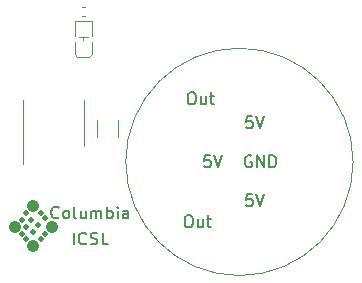
<source format=gbr>
%TF.GenerationSoftware,KiCad,Pcbnew,(6.0.0-0)*%
%TF.CreationDate,2022-03-07T02:22:32-05:00*%
%TF.ProjectId,multi_gas,6d756c74-695f-4676-9173-2e6b69636164,rev?*%
%TF.SameCoordinates,Original*%
%TF.FileFunction,Legend,Top*%
%TF.FilePolarity,Positive*%
%FSLAX46Y46*%
G04 Gerber Fmt 4.6, Leading zero omitted, Abs format (unit mm)*
G04 Created by KiCad (PCBNEW (6.0.0-0)) date 2022-03-07 02:22:32*
%MOMM*%
%LPD*%
G01*
G04 APERTURE LIST*
%ADD10C,0.150000*%
%ADD11C,0.200000*%
%ADD12C,0.120000*%
%ADD13C,1.000000*%
%ADD14C,0.500000*%
G04 APERTURE END LIST*
D10*
X107624666Y-70572380D02*
X107815142Y-70572380D01*
X107910380Y-70620000D01*
X108005619Y-70715238D01*
X108053238Y-70905714D01*
X108053238Y-71239047D01*
X108005619Y-71429523D01*
X107910380Y-71524761D01*
X107815142Y-71572380D01*
X107624666Y-71572380D01*
X107529428Y-71524761D01*
X107434190Y-71429523D01*
X107386571Y-71239047D01*
X107386571Y-70905714D01*
X107434190Y-70715238D01*
X107529428Y-70620000D01*
X107624666Y-70572380D01*
X108910380Y-70905714D02*
X108910380Y-71572380D01*
X108481809Y-70905714D02*
X108481809Y-71429523D01*
X108529428Y-71524761D01*
X108624666Y-71572380D01*
X108767523Y-71572380D01*
X108862761Y-71524761D01*
X108910380Y-71477142D01*
X109243714Y-70905714D02*
X109624666Y-70905714D01*
X109386571Y-70572380D02*
X109386571Y-71429523D01*
X109434190Y-71524761D01*
X109529428Y-71572380D01*
X109624666Y-71572380D01*
X107370666Y-80986380D02*
X107561142Y-80986380D01*
X107656380Y-81034000D01*
X107751619Y-81129238D01*
X107799238Y-81319714D01*
X107799238Y-81653047D01*
X107751619Y-81843523D01*
X107656380Y-81938761D01*
X107561142Y-81986380D01*
X107370666Y-81986380D01*
X107275428Y-81938761D01*
X107180190Y-81843523D01*
X107132571Y-81653047D01*
X107132571Y-81319714D01*
X107180190Y-81129238D01*
X107275428Y-81034000D01*
X107370666Y-80986380D01*
X108656380Y-81319714D02*
X108656380Y-81986380D01*
X108227809Y-81319714D02*
X108227809Y-81843523D01*
X108275428Y-81938761D01*
X108370666Y-81986380D01*
X108513523Y-81986380D01*
X108608761Y-81938761D01*
X108656380Y-81891142D01*
X108989714Y-81319714D02*
X109370666Y-81319714D01*
X109132571Y-80986380D02*
X109132571Y-81843523D01*
X109180190Y-81938761D01*
X109275428Y-81986380D01*
X109370666Y-81986380D01*
X109283523Y-75906380D02*
X108807333Y-75906380D01*
X108759714Y-76382571D01*
X108807333Y-76334952D01*
X108902571Y-76287333D01*
X109140666Y-76287333D01*
X109235904Y-76334952D01*
X109283523Y-76382571D01*
X109331142Y-76477809D01*
X109331142Y-76715904D01*
X109283523Y-76811142D01*
X109235904Y-76858761D01*
X109140666Y-76906380D01*
X108902571Y-76906380D01*
X108807333Y-76858761D01*
X108759714Y-76811142D01*
X109616857Y-75906380D02*
X109950190Y-76906380D01*
X110283523Y-75906380D01*
X112776095Y-75954000D02*
X112680857Y-75906380D01*
X112538000Y-75906380D01*
X112395142Y-75954000D01*
X112299904Y-76049238D01*
X112252285Y-76144476D01*
X112204666Y-76334952D01*
X112204666Y-76477809D01*
X112252285Y-76668285D01*
X112299904Y-76763523D01*
X112395142Y-76858761D01*
X112538000Y-76906380D01*
X112633238Y-76906380D01*
X112776095Y-76858761D01*
X112823714Y-76811142D01*
X112823714Y-76477809D01*
X112633238Y-76477809D01*
X113252285Y-76906380D02*
X113252285Y-75906380D01*
X113823714Y-76906380D01*
X113823714Y-75906380D01*
X114299904Y-76906380D02*
X114299904Y-75906380D01*
X114538000Y-75906380D01*
X114680857Y-75954000D01*
X114776095Y-76049238D01*
X114823714Y-76144476D01*
X114871333Y-76334952D01*
X114871333Y-76477809D01*
X114823714Y-76668285D01*
X114776095Y-76763523D01*
X114680857Y-76858761D01*
X114538000Y-76906380D01*
X114299904Y-76906380D01*
X112839523Y-79208380D02*
X112363333Y-79208380D01*
X112315714Y-79684571D01*
X112363333Y-79636952D01*
X112458571Y-79589333D01*
X112696666Y-79589333D01*
X112791904Y-79636952D01*
X112839523Y-79684571D01*
X112887142Y-79779809D01*
X112887142Y-80017904D01*
X112839523Y-80113142D01*
X112791904Y-80160761D01*
X112696666Y-80208380D01*
X112458571Y-80208380D01*
X112363333Y-80160761D01*
X112315714Y-80113142D01*
X113172857Y-79208380D02*
X113506190Y-80208380D01*
X113839523Y-79208380D01*
X112839523Y-72604380D02*
X112363333Y-72604380D01*
X112315714Y-73080571D01*
X112363333Y-73032952D01*
X112458571Y-72985333D01*
X112696666Y-72985333D01*
X112791904Y-73032952D01*
X112839523Y-73080571D01*
X112887142Y-73175809D01*
X112887142Y-73413904D01*
X112839523Y-73509142D01*
X112791904Y-73556761D01*
X112696666Y-73604380D01*
X112458571Y-73604380D01*
X112363333Y-73556761D01*
X112315714Y-73509142D01*
X113172857Y-72604380D02*
X113506190Y-73604380D01*
X113839523Y-72604380D01*
D11*
%TO.C,U2*%
X96453333Y-81145142D02*
X96405714Y-81192761D01*
X96262857Y-81240380D01*
X96167619Y-81240380D01*
X96024761Y-81192761D01*
X95929523Y-81097523D01*
X95881904Y-81002285D01*
X95834285Y-80811809D01*
X95834285Y-80668952D01*
X95881904Y-80478476D01*
X95929523Y-80383238D01*
X96024761Y-80288000D01*
X96167619Y-80240380D01*
X96262857Y-80240380D01*
X96405714Y-80288000D01*
X96453333Y-80335619D01*
X97024761Y-81240380D02*
X96929523Y-81192761D01*
X96881904Y-81145142D01*
X96834285Y-81049904D01*
X96834285Y-80764190D01*
X96881904Y-80668952D01*
X96929523Y-80621333D01*
X97024761Y-80573714D01*
X97167619Y-80573714D01*
X97262857Y-80621333D01*
X97310476Y-80668952D01*
X97358095Y-80764190D01*
X97358095Y-81049904D01*
X97310476Y-81145142D01*
X97262857Y-81192761D01*
X97167619Y-81240380D01*
X97024761Y-81240380D01*
X97929523Y-81240380D02*
X97834285Y-81192761D01*
X97786666Y-81097523D01*
X97786666Y-80240380D01*
X98739047Y-80573714D02*
X98739047Y-81240380D01*
X98310476Y-80573714D02*
X98310476Y-81097523D01*
X98358095Y-81192761D01*
X98453333Y-81240380D01*
X98596190Y-81240380D01*
X98691428Y-81192761D01*
X98739047Y-81145142D01*
X99215238Y-81240380D02*
X99215238Y-80573714D01*
X99215238Y-80668952D02*
X99262857Y-80621333D01*
X99358095Y-80573714D01*
X99500952Y-80573714D01*
X99596190Y-80621333D01*
X99643809Y-80716571D01*
X99643809Y-81240380D01*
X99643809Y-80716571D02*
X99691428Y-80621333D01*
X99786666Y-80573714D01*
X99929523Y-80573714D01*
X100024761Y-80621333D01*
X100072380Y-80716571D01*
X100072380Y-81240380D01*
X100548571Y-81240380D02*
X100548571Y-80240380D01*
X100548571Y-80621333D02*
X100643809Y-80573714D01*
X100834285Y-80573714D01*
X100929523Y-80621333D01*
X100977142Y-80668952D01*
X101024761Y-80764190D01*
X101024761Y-81049904D01*
X100977142Y-81145142D01*
X100929523Y-81192761D01*
X100834285Y-81240380D01*
X100643809Y-81240380D01*
X100548571Y-81192761D01*
X101453333Y-81240380D02*
X101453333Y-80573714D01*
X101453333Y-80240380D02*
X101405714Y-80288000D01*
X101453333Y-80335619D01*
X101500952Y-80288000D01*
X101453333Y-80240380D01*
X101453333Y-80335619D01*
X102358095Y-81240380D02*
X102358095Y-80716571D01*
X102310476Y-80621333D01*
X102215238Y-80573714D01*
X102024761Y-80573714D01*
X101929523Y-80621333D01*
X102358095Y-81192761D02*
X102262857Y-81240380D01*
X102024761Y-81240380D01*
X101929523Y-81192761D01*
X101881904Y-81097523D01*
X101881904Y-81002285D01*
X101929523Y-80907047D01*
X102024761Y-80859428D01*
X102262857Y-80859428D01*
X102358095Y-80811809D01*
X97739047Y-83440380D02*
X97739047Y-82440380D01*
X98786666Y-83345142D02*
X98739047Y-83392761D01*
X98596190Y-83440380D01*
X98500952Y-83440380D01*
X98358095Y-83392761D01*
X98262857Y-83297523D01*
X98215238Y-83202285D01*
X98167619Y-83011809D01*
X98167619Y-82868952D01*
X98215238Y-82678476D01*
X98262857Y-82583238D01*
X98358095Y-82488000D01*
X98500952Y-82440380D01*
X98596190Y-82440380D01*
X98739047Y-82488000D01*
X98786666Y-82535619D01*
X99167619Y-83392761D02*
X99310476Y-83440380D01*
X99548571Y-83440380D01*
X99643809Y-83392761D01*
X99691428Y-83345142D01*
X99739047Y-83249904D01*
X99739047Y-83154666D01*
X99691428Y-83059428D01*
X99643809Y-83011809D01*
X99548571Y-82964190D01*
X99358095Y-82916571D01*
X99262857Y-82868952D01*
X99215238Y-82821333D01*
X99167619Y-82726095D01*
X99167619Y-82630857D01*
X99215238Y-82535619D01*
X99262857Y-82488000D01*
X99358095Y-82440380D01*
X99596190Y-82440380D01*
X99739047Y-82488000D01*
X100643809Y-83440380D02*
X100167619Y-83440380D01*
X100167619Y-82440380D01*
D12*
%TO.C,U1*%
X121385000Y-76454000D02*
G75*
G03*
X121385000Y-76454000I-9625000J0D01*
G01*
%TO.C,R1*%
X99674000Y-74387064D02*
X99674000Y-72932936D01*
X101494000Y-74387064D02*
X101494000Y-72932936D01*
%TO.C,R2*%
X98705641Y-64134000D02*
X98398359Y-64134000D01*
X98705641Y-63374000D02*
X98398359Y-63374000D01*
%TO.C,U3*%
X93452000Y-73152000D02*
X93452000Y-76602000D01*
X98572000Y-73152000D02*
X98572000Y-71202000D01*
X93452000Y-73152000D02*
X93452000Y-71202000D01*
X98572000Y-73152000D02*
X98572000Y-75102000D01*
D13*
%TO.C,U2*%
X94320000Y-80188000D02*
G75*
G03*
X94320000Y-80188000I0J0D01*
G01*
D14*
X94720000Y-81788000D02*
G75*
G03*
X94720000Y-81788000I0J0D01*
G01*
D13*
X94320000Y-83588000D02*
G75*
G03*
X94320000Y-83588000I0J0D01*
G01*
D14*
X93720000Y-81988000D02*
G75*
G03*
X93720000Y-81988000I0J0D01*
G01*
X94320000Y-82388000D02*
G75*
G03*
X94320000Y-82388000I0J0D01*
G01*
X93720000Y-80788000D02*
G75*
G03*
X93720000Y-80788000I0J0D01*
G01*
D13*
X95920000Y-81988000D02*
G75*
G03*
X95920000Y-81988000I0J0D01*
G01*
D14*
X95320000Y-81188000D02*
G75*
G03*
X95320000Y-81188000I0J0D01*
G01*
D13*
X92720000Y-81988000D02*
G75*
G03*
X92720000Y-81988000I0J0D01*
G01*
D14*
X93320000Y-81388000D02*
G75*
G03*
X93320000Y-81388000I0J0D01*
G01*
X94920000Y-80788000D02*
G75*
G03*
X94920000Y-80788000I0J0D01*
G01*
X94120000Y-81388000D02*
G75*
G03*
X94120000Y-81388000I0J0D01*
G01*
X95320000Y-82588000D02*
G75*
G03*
X95320000Y-82588000I0J0D01*
G01*
X93320000Y-82588000D02*
G75*
G03*
X93320000Y-82588000I0J0D01*
G01*
X93720000Y-82988000D02*
G75*
G03*
X93720000Y-82988000I0J0D01*
G01*
X94920000Y-82988000D02*
G75*
G03*
X94920000Y-82988000I0J0D01*
G01*
D12*
%TO.C,D1*%
X99287000Y-67310000D02*
X99060000Y-67564000D01*
X98552000Y-65913000D02*
X98552000Y-66167000D01*
X98171000Y-65913000D02*
X98933000Y-65913000D01*
X99287000Y-65786000D02*
X99287000Y-64555000D01*
X97817000Y-66294000D02*
X97817000Y-67310000D01*
X97817000Y-64555000D02*
X97817000Y-65786000D01*
X98044000Y-67564000D02*
X97817000Y-67310000D01*
X99060000Y-67564000D02*
X98044000Y-67564000D01*
X99287000Y-67310000D02*
X99287000Y-66294000D01*
X99287000Y-64555000D02*
X97817000Y-64555000D01*
%TD*%
M02*

</source>
